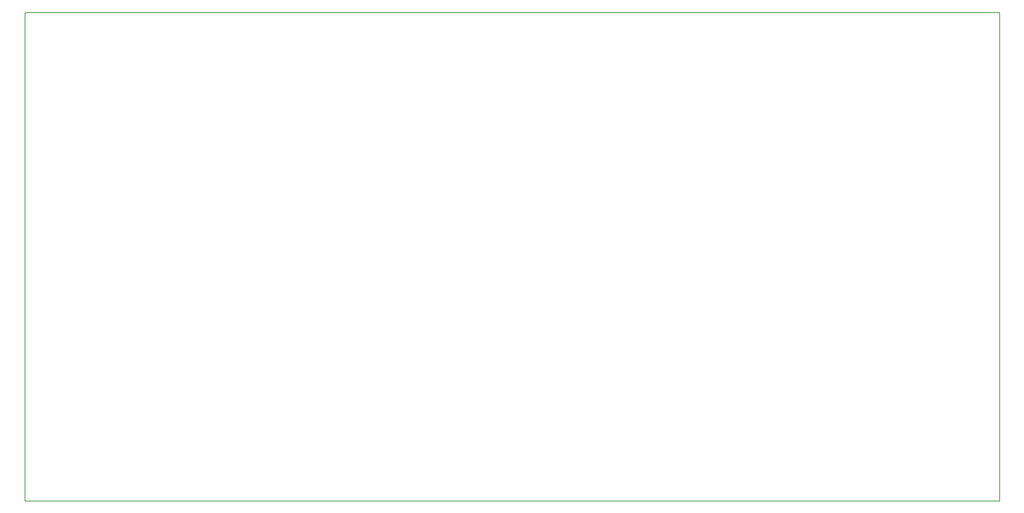
<source format=gko>
G04 Layer_Color=16711935*
%FSLAX25Y25*%
%MOIN*%
G70*
G01*
G75*
%ADD51C,0.00100*%
D51*
X36400Y99900D02*
X484900D01*
X36400D02*
Y324800D01*
X484900D01*
Y99900D02*
Y324800D01*
M02*

</source>
